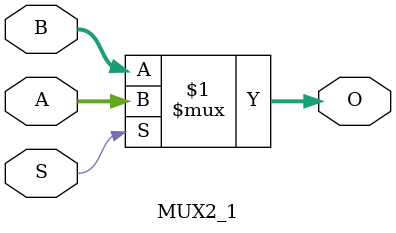
<source format=v>
`timescale 1ns / 1ps
module MUX2_1(A,B,S,O
    );
	 input [0:31] A,B;
	 output [0:31] O;
	 input S;
	 
assign	O = S ? A:B;
	 
	 
	 


endmodule

</source>
